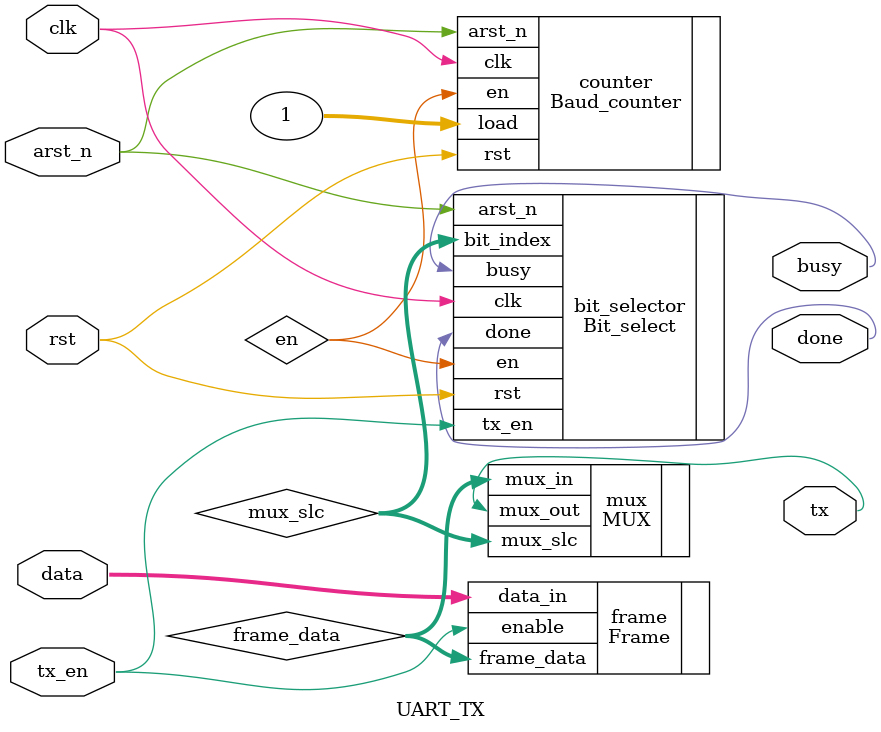
<source format=v>
module UART_TX #(parameter data_width = 8)(
  input tx_en,rst,arst_n,clk,
  input[data_width-1:0] data,
  output done,busy,tx
);
localparam tx_load = 1;
wire[data_width+1:0] frame_data;
wire en;
wire[3:0] mux_slc;

Baud_counter counter(.rst(rst),.clk(clk),.arst_n(arst_n),.en(en),.load(tx_load));
Frame #(data_width)frame(.data_in(data),.enable(tx_en),.frame_data(frame_data));
Bit_select #(10,3) bit_selector(.en(en),.clk(clk),.rst(rst),.arst_n(arst_n),.bit_index(mux_slc),.busy(busy),.done(done),.tx_en(tx_en));
MUX #(10,3)mux(.mux_in(frame_data),.mux_slc(mux_slc),.mux_out(tx));

endmodule //UART_TX

</source>
